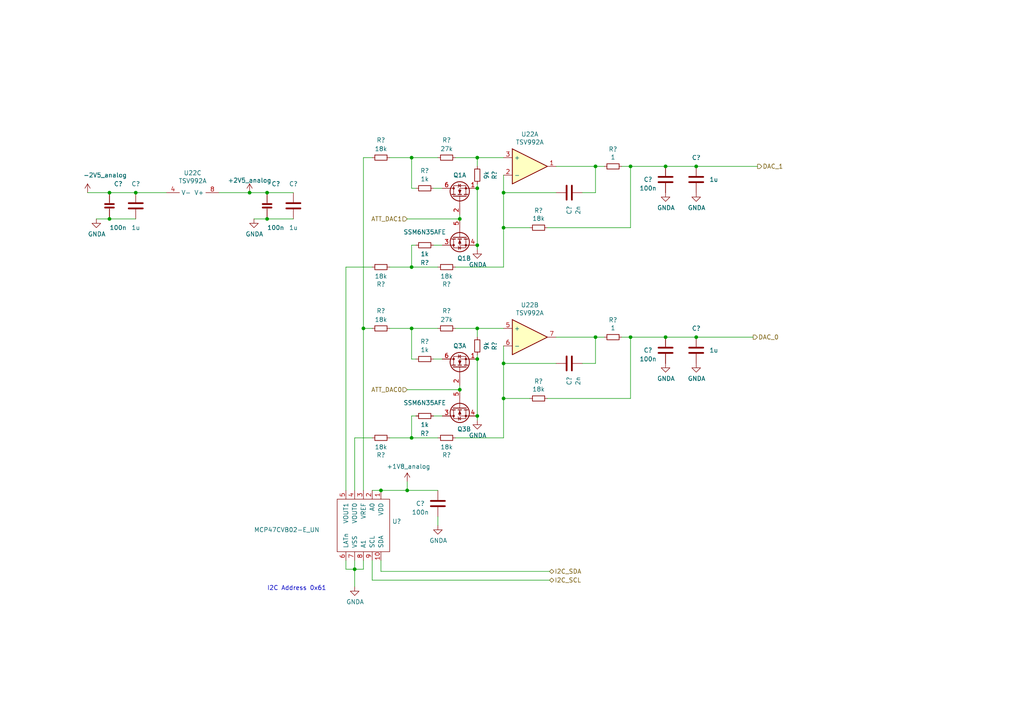
<source format=kicad_sch>
(kicad_sch (version 20230121) (generator eeschema)
  (paper "A4")
  (lib_symbols
    (symbol "Device:Opamp_Dual"
      (property "Reference" "U" (at 0 5.08 0))
      (property "Value" "Opamp_Dual" (at 0 -5.08 0))
      (symbol "Opamp_Dual_1_1"
        (polyline (pts (xy -5.08 5.08) (xy 5.08 0) (xy -5.08 -5.08) (xy -5.08 5.08)) (stroke (width 0.254)) (fill (type background)))
        (pin output line (at 7.62 0 180) (length 2.54) (name "~") (number "1"))
        (pin input line (at -7.62 -2.54 0) (length 2.54) (name "-") (number "2"))
        (pin input line (at -7.62 2.54 0) (length 2.54) (name "+") (number "3"))
      )
      (symbol "Opamp_Dual_2_1"
        (polyline (pts (xy -5.08 5.08) (xy 5.08 0) (xy -5.08 -5.08) (xy -5.08 5.08)) (stroke (width 0.254)) (fill (type background)))
        (pin input line (at -7.62 2.54 0) (length 2.54) (name "+") (number "5"))
        (pin input line (at -7.62 -2.54 0) (length 2.54) (name "-") (number "6"))
        (pin output line (at 7.62 0 180) (length 2.54) (name "~") (number "7"))
      )
      (symbol "Opamp_Dual_3_1"
        (pin power_in line (at -2.54 -7.62 90) (length 3.81) (name "V-") (number "4"))
        (pin power_in line (at -2.54 7.62 270) (length 3.81) (name "V+") (number "8"))
      )
    )
    (symbol "Device:Q_Dual_NMOS_S1G1D2S2G2D1" (pin_names (offset 0) hide)
      (property "Reference" "Q" (at 6.35 1.27 0))
      (property "Value" "Q_Dual_NMOS_S1G1D2S2G2D1" (at 19.05 -1.27 0))
      (symbol "Q_Dual_NMOS_S1G1D2S2G2D1_0_1"
        (polyline (pts (xy 0.254 0) (xy -2.54 0)))
        (polyline (pts (xy 0.254 1.905) (xy 0.254 -1.905)) (stroke (width 0.254)))
        (polyline (pts (xy 0.762 -1.27) (xy 0.762 -2.286)) (stroke (width 0.254)))
        (polyline (pts (xy 0.762 0.508) (xy 0.762 -0.508)) (stroke (width 0.254)))
        (polyline (pts (xy 0.762 2.286) (xy 0.762 1.27)) (stroke (width 0.254)))
        (polyline (pts (xy 2.54 2.54) (xy 2.54 1.778)))
        (polyline (pts (xy 2.54 -2.54) (xy 2.54 0) (xy 0.762 0)))
        (polyline (pts (xy 0.762 -1.778) (xy 3.302 -1.778) (xy 3.302 1.778) (xy 0.762 1.778)))
        (polyline (pts (xy 1.016 0) (xy 2.032 0.381) (xy 2.032 -0.381) (xy 1.016 0)) (fill (type outline)))
        (polyline (pts (xy 2.794 0.508) (xy 2.921 0.381) (xy 3.683 0.381) (xy 3.81 0.254)))
        (polyline (pts (xy 3.302 0.381) (xy 2.921 -0.254) (xy 3.683 -0.254) (xy 3.302 0.381)))
        (circle (center 1.651 0) (radius 2.794) (stroke (width 0.254)))
        (circle (center 2.54 -1.778) (radius 0.254) (fill (type outline)))
        (circle (center 2.54 1.778) (radius 0.254) (fill (type outline)))
      )
      (symbol "Q_Dual_NMOS_S1G1D2S2G2D1_1_1"
        (pin passive line (at 2.54 -5.08 90) (length 2.54) (name "S") (number "1"))
        (pin input line (at -5.08 0 0) (length 2.54) (name "G") (number "2"))
        (pin passive line (at 2.54 5.08 270) (length 2.54) (name "D") (number "6"))
      )
      (symbol "Q_Dual_NMOS_S1G1D2S2G2D1_2_1"
        (pin passive line (at 2.54 5.08 270) (length 2.54) (name "D") (number "3"))
        (pin passive line (at 2.54 -5.08 90) (length 2.54) (name "S") (number "4"))
        (pin input line (at -5.08 0 0) (length 2.54) (name "G") (number "5"))
      )
    )
    (symbol "Device:R_Small" (pin_numbers hide) (pin_names (offset 0.254) hide)
      (property "Reference" "R" (at 0.762 0.508 0))
      (property "Value" "R_Small" (at 0.762 -1.016 0))
      (symbol "R_Small_0_1"
        (rectangle (start -0.762 1.778) (end 0.762 -1.778) (stroke (width 0.2032)))
      )
      (symbol "R_Small_1_1"
        (pin passive line (at 0 2.54 270) (length 0.762) (name "~") (number "1"))
        (pin passive line (at 0 -2.54 90) (length 0.762) (name "~") (number "2"))
      )
    )
    (symbol "fmc:+1V8_analog" (power) (pin_names (offset 0))
      (property "Value" "+1V8_analog" (at 0 3.556 0))
      (symbol "+1V8_analog_0_1"
        (polyline (pts (xy -0.762 1.27) (xy 0 2.54)))
        (polyline (pts (xy 0 0) (xy 0 2.54)))
        (polyline (pts (xy 0 2.54) (xy 0.762 1.27)))
      )
      (symbol "+1V8_analog_1_1"
        (pin power_in line (at 0 0 90) (length 0) hide (name "+1V8_analog") (number "1"))
      )
    )
    (symbol "fmc:+2V5_analog" (power) (pin_names (offset 0))
      (property "Value" "+2V5_analog" (at 0 3.556 0))
      (symbol "+2V5_analog_0_1"
        (polyline (pts (xy -0.762 1.27) (xy 0 2.54)))
        (polyline (pts (xy 0 0) (xy 0 2.54)))
        (polyline (pts (xy 0 2.54) (xy 0.762 1.27)))
      )
      (symbol "+2V5_analog_1_1"
        (pin power_in line (at 0 0 90) (length 0) hide (name "+2V5_analog") (number "1"))
      )
    )
    (symbol "fmc:-2V5_analog" (power) (pin_names (offset 0))
      (property "Value" "-2V5_analog" (at 0 3.556 0))
      (symbol "-2V5_analog_0_1"
        (polyline (pts (xy -0.762 1.27) (xy 0 2.54)))
        (polyline (pts (xy 0 0) (xy 0 2.54)))
        (polyline (pts (xy 0 2.54) (xy 0.762 1.27)))
      )
      (symbol "-2V5_analog_1_1"
        (pin power_in line (at 0 0 90) (length 0) hide (name "-2V5_analog") (number "1"))
      )
    )
    (symbol "fmc:100nF_402" (pin_numbers hide) (pin_names (offset 0.254))
      (property "Reference" "C" (at 0.635 2.54 0))
      (property "Value" "100nF_402" (at 0.635 -2.54 0))
      (symbol "100nF_402_0_1"
        (polyline (pts (xy -1.27 -0.508) (xy 1.27 -0.508)) (stroke (width 0.508)))
        (polyline (pts (xy -1.27 0.508) (xy 1.27 0.508)) (stroke (width 0.508)))
        (polyline (pts (xy 0 -1.016) (xy 0 -0.762)))
        (polyline (pts (xy 0 1.016) (xy 0 0.508)))
      )
      (symbol "100nF_402_1_1"
        (pin passive line (at 0 3.81 270) (length 2.794) (name "~") (number "1"))
        (pin passive line (at 0 -3.81 90) (length 2.794) (name "~") (number "2"))
      )
    )
    (symbol "fmc:100nF_603" (pin_numbers hide) (pin_names (offset 0.254))
      (property "Reference" "C" (at 0.635 2.54 0))
      (property "Value" "100nF_603" (at 0.635 -2.54 0))
      (symbol "100nF_603_0_1"
        (polyline (pts (xy -2.032 -0.762) (xy 2.032 -0.762)) (stroke (width 0.508)))
        (polyline (pts (xy -2.032 0.762) (xy 2.032 0.762)) (stroke (width 0.508)))
      )
      (symbol "100nF_603_1_1"
        (pin passive line (at 0 3.81 270) (length 2.794) (name "~") (number "1"))
        (pin passive line (at 0 -3.81 90) (length 2.794) (name "~") (number "2"))
      )
    )
    (symbol "fmc:1uF_805" (pin_numbers hide) (pin_names (offset 0.254))
      (property "Reference" "C" (at 0.635 2.54 0))
      (property "Value" "1uF_805" (at 0.635 -2.54 0))
      (symbol "1uF_805_0_1"
        (polyline (pts (xy -2.032 -0.762) (xy 2.032 -0.762)) (stroke (width 0.508)))
        (polyline (pts (xy -2.032 0.762) (xy 2.032 0.762)) (stroke (width 0.508)))
      )
      (symbol "1uF_805_1_1"
        (pin passive line (at 0 3.81 270) (length 2.794) (name "~") (number "1"))
        (pin passive line (at 0 -3.81 90) (length 2.794) (name "~") (number "2"))
      )
    )
    (symbol "fmc:MCP47CVB02-E_UN" (pin_names (offset 1.016))
      (property "Reference" "U" (at 0 -8.89 0))
      (property "Value" "MCP47CVB02-E_UN" (at 0 8.89 0))
      (symbol "MCP47CVB02-E_UN_0_1"
        (rectangle (start -7.62 7.62) (end 7.62 -7.62))
        (rectangle (start 7.62 -7.62) (end 7.62 -7.62))
      )
      (symbol "MCP47CVB02-E_UN_1_1"
        (pin power_in line (at -10.16 5.08 0) (length 2.54) (name "VDD") (number "1"))
        (pin bidirectional line (at 10.16 5.08 180) (length 2.54) (name "SDA") (number "10"))
        (pin input line (at -10.16 2.54 0) (length 2.54) (name "A0") (number "2"))
        (pin bidirectional line (at -10.16 0 0) (length 2.54) (name "VREF") (number "3"))
        (pin output line (at -10.16 -2.54 0) (length 2.54) (name "VOUT0") (number "4"))
        (pin output line (at -10.16 -5.08 0) (length 2.54) (name "VOUT1") (number "5"))
        (pin input line (at 10.16 -5.08 180) (length 2.54) (name "LATn") (number "6"))
        (pin power_in line (at 10.16 -2.54 180) (length 2.54) (name "VSS") (number "7"))
        (pin input line (at 10.16 0 180) (length 2.54) (name "A1") (number "8"))
        (pin input line (at 10.16 2.54 180) (length 2.54) (name "SCL") (number "9"))
      )
    )
    (symbol "power:GNDA" (power) (pin_names (offset 0))
      (property "Value" "GNDA" (at 0 -3.81 0))
      (symbol "GNDA_0_1"
        (polyline (pts (xy 0 0) (xy 0 -1.27) (xy 1.27 -1.27) (xy 0 -2.54) (xy -1.27 -1.27) (xy 0 -1.27)))
      )
      (symbol "GNDA_1_1"
        (pin power_in line (at 0 0 270) (length 0) hide (name "GNDA") (number "1"))
      )
    )
  )
  (junction (at 201.93 97.79))
  (junction (at 146.05 55.88))
  (junction (at 146.05 66.04))
  (junction (at 133.35 113.03))
  (junction (at 77.47 55.88))
  (junction (at 182.88 48.26))
  (junction (at 119.38 77.47))
  (junction (at 119.38 127))
  (junction (at 138.43 45.72))
  (junction (at 105.41 95.25))
  (junction (at 119.38 95.25))
  (junction (at 193.04 48.26))
  (junction (at 172.72 48.26))
  (junction (at 110.49 142.24))
  (junction (at 31.75 63.5))
  (junction (at 138.43 104.14))
  (junction (at 138.43 54.61))
  (junction (at 119.38 45.72))
  (junction (at 72.39 55.88))
  (junction (at 31.75 55.88))
  (junction (at 201.93 48.26))
  (junction (at 138.43 95.25))
  (junction (at 118.11 142.24))
  (junction (at 146.05 115.57))
  (junction (at 39.37 55.88))
  (junction (at 182.88 97.79))
  (junction (at 193.04 97.79))
  (junction (at 133.35 63.5))
  (junction (at 102.87 165.1))
  (junction (at 138.43 120.65))
  (junction (at 77.47 63.5))
  (junction (at 146.05 105.41))
  (junction (at 172.72 97.79))
  (junction (at 138.43 71.12))
  (wire (pts (xy 118.11 139.7) (xy 118.11 142.24)))
  (wire (pts (xy 118.11 63.5) (xy 133.35 63.5)))
  (wire (pts (xy 107.95 168.275) (xy 159.385 168.275)))
  (wire (pts (xy 100.33 162.56) (xy 100.33 165.1)))
  (wire (pts (xy 172.72 48.26) (xy 175.26 48.26)))
  (wire (pts (xy 73.66 63.5) (xy 77.47 63.5)))
  (wire (pts (xy 172.72 55.88) (xy 172.72 48.26)))
  (wire (pts (xy 168.91 105.41) (xy 172.72 105.41)))
  (wire (pts (xy 218.44 97.79) (xy 201.93 97.79)))
  (wire (pts (xy 138.43 97.79) (xy 138.43 95.25)))
  (wire (pts (xy 25.4 55.88) (xy 31.75 55.88)))
  (wire (pts (xy 110.49 165.735) (xy 159.385 165.735)))
  (wire (pts (xy 119.38 95.25) (xy 127 95.25)))
  (wire (pts (xy 138.43 120.65) (xy 138.43 121.92)))
  (wire (pts (xy 102.87 127) (xy 107.95 127)))
  (wire (pts (xy 119.38 77.47) (xy 127 77.47)))
  (wire (pts (xy 125.73 120.65) (xy 128.27 120.65)))
  (wire (pts (xy 138.43 53.34) (xy 138.43 54.61)))
  (wire (pts (xy 193.04 97.79) (xy 201.93 97.79)))
  (wire (pts (xy 125.73 104.14) (xy 128.27 104.14)))
  (wire (pts (xy 72.39 55.88) (xy 77.47 55.88)))
  (wire (pts (xy 127 142.24) (xy 118.11 142.24)))
  (wire (pts (xy 105.41 162.56) (xy 105.41 165.1)))
  (wire (pts (xy 132.08 45.72) (xy 138.43 45.72)))
  (wire (pts (xy 138.43 48.26) (xy 138.43 45.72)))
  (wire (pts (xy 120.65 104.14) (xy 119.38 104.14)))
  (wire (pts (xy 100.33 77.47) (xy 107.95 77.47)))
  (wire (pts (xy 100.33 142.24) (xy 100.33 77.47)))
  (wire (pts (xy 153.67 66.04) (xy 146.05 66.04)))
  (wire (pts (xy 138.43 45.72) (xy 146.05 45.72)))
  (wire (pts (xy 119.38 127) (xy 119.38 120.65)))
  (wire (pts (xy 146.05 105.41) (xy 161.29 105.41)))
  (wire (pts (xy 119.38 45.72) (xy 127 45.72)))
  (wire (pts (xy 119.38 127) (xy 127 127)))
  (wire (pts (xy 182.88 48.26) (xy 180.34 48.26)))
  (wire (pts (xy 105.41 95.25) (xy 105.41 142.24)))
  (wire (pts (xy 118.11 113.03) (xy 133.35 113.03)))
  (wire (pts (xy 31.75 55.88) (xy 39.37 55.88)))
  (wire (pts (xy 119.38 71.12) (xy 120.65 71.12)))
  (wire (pts (xy 127 149.86) (xy 127 152.4)))
  (wire (pts (xy 161.29 48.26) (xy 172.72 48.26)))
  (wire (pts (xy 161.29 97.79) (xy 172.72 97.79)))
  (wire (pts (xy 146.05 115.57) (xy 146.05 105.41)))
  (wire (pts (xy 113.03 95.25) (xy 119.38 95.25)))
  (wire (pts (xy 146.05 55.88) (xy 161.29 55.88)))
  (wire (pts (xy 107.95 45.72) (xy 105.41 45.72)))
  (wire (pts (xy 182.88 115.57) (xy 182.88 97.79)))
  (wire (pts (xy 193.04 48.26) (xy 201.93 48.26)))
  (wire (pts (xy 146.05 77.47) (xy 146.05 66.04)))
  (wire (pts (xy 48.26 55.88) (xy 39.37 55.88)))
  (wire (pts (xy 146.05 127) (xy 146.05 115.57)))
  (wire (pts (xy 153.67 115.57) (xy 146.05 115.57)))
  (wire (pts (xy 105.41 165.1) (xy 102.87 165.1)))
  (wire (pts (xy 146.05 66.04) (xy 146.05 55.88)))
  (wire (pts (xy 113.03 127) (xy 119.38 127)))
  (wire (pts (xy 182.88 48.26) (xy 193.04 48.26)))
  (wire (pts (xy 168.91 55.88) (xy 172.72 55.88)))
  (wire (pts (xy 120.65 54.61) (xy 119.38 54.61)))
  (wire (pts (xy 63.5 55.88) (xy 72.39 55.88)))
  (wire (pts (xy 158.75 115.57) (xy 182.88 115.57)))
  (wire (pts (xy 110.49 142.24) (xy 107.95 142.24)))
  (wire (pts (xy 105.41 45.72) (xy 105.41 95.25)))
  (wire (pts (xy 182.88 97.79) (xy 180.34 97.79)))
  (wire (pts (xy 119.38 77.47) (xy 119.38 71.12)))
  (wire (pts (xy 107.95 162.56) (xy 107.95 168.275)))
  (wire (pts (xy 102.87 142.24) (xy 102.87 127)))
  (wire (pts (xy 138.43 71.12) (xy 138.43 72.39)))
  (wire (pts (xy 172.72 97.79) (xy 175.26 97.79)))
  (wire (pts (xy 110.49 162.56) (xy 110.49 165.735)))
  (wire (pts (xy 138.43 104.14) (xy 138.43 120.65)))
  (wire (pts (xy 118.11 142.24) (xy 110.49 142.24)))
  (wire (pts (xy 133.35 111.76) (xy 133.35 113.03)))
  (wire (pts (xy 113.03 45.72) (xy 119.38 45.72)))
  (wire (pts (xy 119.38 104.14) (xy 119.38 95.25)))
  (wire (pts (xy 119.38 54.61) (xy 119.38 45.72)))
  (wire (pts (xy 172.72 105.41) (xy 172.72 97.79)))
  (wire (pts (xy 138.43 54.61) (xy 138.43 71.12)))
  (wire (pts (xy 125.73 54.61) (xy 128.27 54.61)))
  (wire (pts (xy 132.08 127) (xy 146.05 127)))
  (wire (pts (xy 102.87 165.1) (xy 102.87 170.18)))
  (wire (pts (xy 125.73 71.12) (xy 128.27 71.12)))
  (wire (pts (xy 100.33 165.1) (xy 102.87 165.1)))
  (wire (pts (xy 138.43 95.25) (xy 146.05 95.25)))
  (wire (pts (xy 158.75 66.04) (xy 182.88 66.04)))
  (wire (pts (xy 77.47 55.88) (xy 85.09 55.88)))
  (wire (pts (xy 182.88 66.04) (xy 182.88 48.26)))
  (wire (pts (xy 146.05 100.33) (xy 146.05 105.41)))
  (wire (pts (xy 113.03 77.47) (xy 119.38 77.47)))
  (wire (pts (xy 77.47 63.5) (xy 85.09 63.5)))
  (wire (pts (xy 219.71 48.26) (xy 201.93 48.26)))
  (wire (pts (xy 107.95 95.25) (xy 105.41 95.25)))
  (wire (pts (xy 138.43 102.87) (xy 138.43 104.14)))
  (wire (pts (xy 119.38 120.65) (xy 120.65 120.65)))
  (wire (pts (xy 31.75 63.5) (xy 39.37 63.5)))
  (wire (pts (xy 182.88 97.79) (xy 193.04 97.79)))
  (wire (pts (xy 102.87 162.56) (xy 102.87 165.1)))
  (wire (pts (xy 146.05 50.8) (xy 146.05 55.88)))
  (wire (pts (xy 133.35 62.23) (xy 133.35 63.5)))
  (wire (pts (xy 132.08 77.47) (xy 146.05 77.47)))
  (wire (pts (xy 132.08 95.25) (xy 138.43 95.25)))
  (wire (pts (xy 27.94 63.5) (xy 31.75 63.5)))
  (text "I2C Address 0x61" (at 77.47 171.45 0) (effects (font (size 1.27 1.27)) (justify left bottom)))
  (hierarchical_label "I2C_SCL" (shape bidirectional) (at 159.385 168.275 0))
  (hierarchical_label "DAC_1" (shape output) (at 219.71 48.26 0))
  (hierarchical_label "I2C_SDA" (shape bidirectional) (at 159.385 165.735 0))
  (hierarchical_label "ATT_DAC1" (shape input) (at 118.11 63.5 180))
  (hierarchical_label "DAC_0" (shape output) (at 218.44 97.79 0))
  (hierarchical_label "ATT_DAC0" (shape input) (at 118.11 113.03 180))
  (symbol (lib_id "fmc:MCP47CVB02-E_UN") (at 105.41 152.4 270) (unit 1)
    (property "Reference" "U?" (at 113.7412 151.2316 90) (effects (justify left)))
    (property "Value" "MCP47CVB02-E_UN" (at 73.66 153.67 90) (effects (justify left)))
    (property "Footprint" "Package_SO:MSOP-10_3x3mm_P0.5mm" (effects hide))
    (property "Part" "MCP47CVB02-E_UN" (effects hide))
    (property "Manufacturer" "MicroChip" (effects hide))
    (instances (project "usbadc" (path "" (reference "U?") (unit 1)) (path "" (reference "U23") (unit 1))))
  )
  (symbol (lib_id "power:GNDA") (at 102.87 170.18 0) (unit 1)
    (property "Reference" "#PWR?" (effects hide))
    (property "Value" "GNDA" (at 102.997 174.5742 0))
    (instances (project "usbadc" (path "" (reference "#PWR?") (unit 1)) (path "" (reference "#PWR074") (unit 1))))
  )
  (symbol (lib_id "Device:Opamp_Dual") (at 153.67 48.26 0) (unit 1)
    (property "Reference" "U22" (at 153.67 38.9382 0))
    (property "Value" "TSV992A" (at 153.67 41.2496 0))
    (property "Footprint" "proj_footprints:DFN-8-1EP_2x2mm_P0.5mm_EP0.45x1.6mm" (effects hide))
  )
  (symbol (lib_id "Device:Opamp_Dual") (at 153.67 97.79 0) (unit 2)
    (property "Reference" "U22" (at 153.67 88.4682 0))
    (property "Value" "TSV992A" (at 153.67 90.7796 0))
    (property "Footprint" "proj_footprints:DFN-8-1EP_2x2mm_P0.5mm_EP0.45x1.6mm" (effects hide))
  )
  (symbol (lib_id "Device:Opamp_Dual") (at 55.88 58.42 270) (unit 3)
    (property "Reference" "U22" (at 55.88 50.165 90))
    (property "Value" "TSV992A" (at 55.88 52.4764 90))
    (property "Footprint" "proj_footprints:DFN-8-1EP_2x2mm_P0.5mm_EP0.45x1.6mm" (effects hide))
  )
  (symbol (lib_id "Device:R_Small") (at 177.8 48.26 270) (unit 1)
    (property "Reference" "R?" (at 177.8 43.2816 90))
    (property "Value" "1" (at 177.8 45.593 90))
    (property "Footprint" "Resistor_SMD:R_0603_1608Metric" (effects hide))
    (instances (project "usbadc" (path "" (reference "R?") (unit 1)) (path "" (reference "R94") (unit 1))))
  )
  (symbol (lib_id "fmc:100nF_603") (at 165.1 55.88 270) (unit 1)
    (property "Reference" "C?" (at 165.1 60.96 0))
    (property "Value" "2n" (at 167.64 60.96 0))
    (property "Footprint" "Capacitor_SMD:C_0603_1608Metric" (effects hide))
    (property "Manufacturer" "Murata" (effects hide))
    (instances (project "usbadc" (path "" (reference "C?") (unit 1)) (path "" (reference "C?") (unit 1)) (path "" (reference "C?") (unit 1)) (path "" (reference "C108") (unit 1))))
  )
  (symbol (lib_id "Device:R_Small") (at 156.21 66.04 270) (unit 1)
    (property "Reference" "R?" (at 156.21 61.0616 90))
    (property "Value" "18k" (at 156.21 63.373 90))
    (property "Footprint" "Resistor_SMD:R_0603_1608Metric" (effects hide))
    (instances (project "usbadc" (path "" (reference "R?") (unit 1)) (path "" (reference "R92") (unit 1))))
  )
  (symbol (lib_id "fmc:100nF_603") (at 193.04 52.07 180) (unit 1)
    (property "Reference" "C?" (at 187.96 52.07 0))
    (property "Value" "100n" (at 187.96 54.61 0))
    (property "Footprint" "Capacitor_SMD:C_0603_1608Metric" (effects hide))
    (property "Part" "GCJ188R71E104KA12D" (effects hide))
    (property "Manufacturer" "Murata" (effects hide))
    (instances (project "usbadc" (path "" (reference "C?") (unit 1)) (path "" (reference "C?") (unit 1)) (path "" (reference "C?") (unit 1)) (path "" (reference "C110") (unit 1))))
  )
  (symbol (lib_id "fmc:1uF_805") (at 201.93 52.07 0) (unit 1)
    (property "Reference" "C?" (at 200.66 45.72 0) (effects (justify left)))
    (property "Value" "1u" (at 205.74 52.07 0) (effects (justify left)))
    (property "Footprint" "Capacitor_SMD:C_0805_2012Metric" (effects hide))
    (property "Part" "GCJ219R71C105KA01" (effects hide))
    (property "Manufacturer" "Murata" (effects hide))
    (instances (project "usbadc" (path "" (reference "C?") (unit 1)) (path "" (reference "C?") (unit 1)) (path "" (reference "C112") (unit 1))))
  )
  (symbol (lib_id "power:GNDA") (at 193.04 55.88 0) (unit 1)
    (property "Reference" "#PWR?" (effects hide))
    (property "Value" "GNDA" (at 193.167 60.2742 0))
    (instances (project "usbadc" (path "" (reference "#PWR?") (unit 1)) (path "" (reference "#PWR079") (unit 1))))
  )
  (symbol (lib_id "power:GNDA") (at 201.93 55.88 0) (unit 1)
    (property "Reference" "#PWR?" (effects hide))
    (property "Value" "GNDA" (at 202.057 60.2742 0))
    (instances (project "usbadc" (path "" (reference "#PWR?") (unit 1)) (path "" (reference "#PWR081") (unit 1))))
  )
  (symbol (lib_id "Device:R_Small") (at 138.43 50.8 180) (unit 1)
    (property "Reference" "R?" (at 143.4084 50.8 90))
    (property "Value" "9k" (at 141.097 50.8 90))
    (property "Footprint" "Resistor_SMD:R_0603_1608Metric" (effects hide))
    (instances (project "usbadc" (path "" (reference "R?") (unit 1)) (path "" (reference "R90") (unit 1))))
  )
  (symbol (lib_id "power:GNDA") (at 138.43 72.39 0) (unit 1)
    (property "Reference" "#PWR?" (effects hide))
    (property "Value" "GNDA" (at 138.557 76.7842 0))
    (instances (project "usbadc" (path "" (reference "#PWR?") (unit 1)) (path "" (reference "#PWR077") (unit 1))))
  )
  (symbol (lib_id "Device:R_Small") (at 110.49 45.72 90) (unit 1)
    (property "Reference" "R?" (at 110.49 40.64 90))
    (property "Value" "18k" (at 110.49 43.18 90))
    (property "Footprint" "Resistor_SMD:R_0603_1608Metric" (effects hide))
    (instances (project "usbadc" (path "" (reference "R?") (unit 1)) (path "" (reference "R61") (unit 1))))
  )
  (symbol (lib_id "Device:R_Small") (at 110.49 77.47 90) (unit 1)
    (property "Reference" "R?" (at 110.49 82.4484 90))
    (property "Value" "18k" (at 110.49 80.137 90))
    (property "Footprint" "Resistor_SMD:R_0603_1608Metric" (effects hide))
    (instances (project "usbadc" (path "" (reference "R?") (unit 1)) (path "" (reference "R62") (unit 1))))
  )
  (symbol (lib_id "Device:R_Small") (at 177.8 97.79 270) (unit 1)
    (property "Reference" "R?" (at 177.8 92.8116 90))
    (property "Value" "1" (at 177.8 95.123 90))
    (property "Footprint" "Resistor_SMD:R_0603_1608Metric" (effects hide))
    (instances (project "usbadc" (path "" (reference "R?") (unit 1)) (path "" (reference "R95") (unit 1))))
  )
  (symbol (lib_id "fmc:100nF_603") (at 165.1 105.41 270) (unit 1)
    (property "Reference" "C?" (at 165.1 110.49 0))
    (property "Value" "2n" (at 167.64 110.49 0))
    (property "Footprint" "Capacitor_SMD:C_0603_1608Metric" (effects hide))
    (property "Manufacturer" "Murata" (effects hide))
    (instances (project "usbadc" (path "" (reference "C?") (unit 1)) (path "" (reference "C?") (unit 1)) (path "" (reference "C?") (unit 1)) (path "" (reference "C109") (unit 1))))
  )
  (symbol (lib_id "Device:R_Small") (at 156.21 115.57 270) (unit 1)
    (property "Reference" "R?" (at 156.21 110.5916 90))
    (property "Value" "18k" (at 156.21 112.903 90))
    (property "Footprint" "Resistor_SMD:R_0603_1608Metric" (effects hide))
    (instances (project "usbadc" (path "" (reference "R?") (unit 1)) (path "" (reference "R93") (unit 1))))
  )
  (symbol (lib_id "fmc:100nF_603") (at 193.04 101.6 180) (unit 1)
    (property "Reference" "C?" (at 187.96 101.6 0))
    (property "Value" "100n" (at 187.96 104.14 0))
    (property "Footprint" "Capacitor_SMD:C_0603_1608Metric" (effects hide))
    (property "Part" "GCJ188R71E104KA12D" (effects hide))
    (property "Manufacturer" "Murata" (effects hide))
    (instances (project "usbadc" (path "" (reference "C?") (unit 1)) (path "" (reference "C?") (unit 1)) (path "" (reference "C?") (unit 1)) (path "" (reference "C111") (unit 1))))
  )
  (symbol (lib_id "fmc:1uF_805") (at 201.93 101.6 0) (unit 1)
    (property "Reference" "C?" (at 200.66 95.25 0) (effects (justify left)))
    (property "Value" "1u" (at 205.74 101.6 0) (effects (justify left)))
    (property "Footprint" "Capacitor_SMD:C_0805_2012Metric" (effects hide))
    (property "Part" "GCJ219R71C105KA01" (effects hide))
    (property "Manufacturer" "Murata" (effects hide))
    (instances (project "usbadc" (path "" (reference "C?") (unit 1)) (path "" (reference "C?") (unit 1)) (path "" (reference "C113") (unit 1))))
  )
  (symbol (lib_id "power:GNDA") (at 193.04 105.41 0) (unit 1)
    (property "Reference" "#PWR?" (effects hide))
    (property "Value" "GNDA" (at 193.167 109.8042 0))
    (instances (project "usbadc" (path "" (reference "#PWR?") (unit 1)) (path "" (reference "#PWR080") (unit 1))))
  )
  (symbol (lib_id "power:GNDA") (at 201.93 105.41 0) (unit 1)
    (property "Reference" "#PWR?" (effects hide))
    (property "Value" "GNDA" (at 202.057 109.8042 0))
    (instances (project "usbadc" (path "" (reference "#PWR?") (unit 1)) (path "" (reference "#PWR082") (unit 1))))
  )
  (symbol (lib_id "fmc:100nF_603") (at 127 146.05 180) (unit 1)
    (property "Reference" "C?" (at 121.92 146.05 0))
    (property "Value" "100n" (at 121.92 148.59 0))
    (property "Footprint" "Capacitor_SMD:C_0603_1608Metric" (effects hide))
    (property "Part" "GCJ188R71E104KA12D" (effects hide))
    (property "Manufacturer" "Murata" (effects hide))
    (instances (project "usbadc" (path "" (reference "C?") (unit 1)) (path "" (reference "C?") (unit 1)) (path "" (reference "C?") (unit 1)) (path "" (reference "C107") (unit 1))))
  )
  (symbol (lib_id "fmc:100nF_402") (at 77.47 59.69 0) (unit 1)
    (property "Reference" "C?" (at 78.74 53.34 0) (effects (justify left)))
    (property "Value" "100n" (at 77.47 66.04 0) (effects (justify left)))
    (property "Footprint" "Capacitor_SMD:C_0402_1005Metric" (effects hide))
    (property "Part" "GRM155R61C104KA88D" (effects hide))
    (property "Manufacturer" "Murata" (effects hide))
    (instances (project "usbadc" (path "" (reference "C?") (unit 1)) (path "" (reference "C105") (unit 1))))
  )
  (symbol (lib_id "fmc:+2V5_analog") (at 72.39 55.88 0) (unit 1)
    (property "Reference" "#PWR072" (effects hide))
    (property "Value" "+2V5_analog" (at 72.39 52.324 0))
  )
  (symbol (lib_id "fmc:1uF_805") (at 85.09 59.69 0) (unit 1)
    (property "Reference" "C?" (at 83.82 53.34 0) (effects (justify left)))
    (property "Value" "1u" (at 83.82 66.04 0) (effects (justify left)))
    (property "Footprint" "Capacitor_SMD:C_0805_2012Metric" (effects hide))
    (property "Part" "GCJ219R71C105KA01" (effects hide))
    (property "Manufacturer" "Murata" (effects hide))
    (instances (project "usbadc" (path "" (reference "C?") (unit 1)) (path "" (reference "C?") (unit 1)) (path "" (reference "C106") (unit 1))))
  )
  (symbol (lib_id "fmc:100nF_402") (at 31.75 59.69 0) (unit 1)
    (property "Reference" "C?" (at 33.02 53.34 0) (effects (justify left)))
    (property "Value" "100n" (at 31.75 66.04 0) (effects (justify left)))
    (property "Footprint" "Capacitor_SMD:C_0402_1005Metric" (effects hide))
    (property "Part" "GRM155R61C104KA88D" (effects hide))
    (property "Manufacturer" "Murata" (effects hide))
    (instances (project "usbadc" (path "" (reference "C?") (unit 1)) (path "" (reference "C98") (unit 1))))
  )
  (symbol (lib_id "fmc:1uF_805") (at 39.37 59.69 0) (unit 1)
    (property "Reference" "C?" (at 38.1 53.34 0) (effects (justify left)))
    (property "Value" "1u" (at 38.1 66.04 0) (effects (justify left)))
    (property "Footprint" "Capacitor_SMD:C_0805_2012Metric" (effects hide))
    (property "Part" "GCJ219R71C105KA01" (effects hide))
    (property "Manufacturer" "Murata" (effects hide))
    (instances (project "usbadc" (path "" (reference "C?") (unit 1)) (path "" (reference "C?") (unit 1)) (path "" (reference "C99") (unit 1))))
  )
  (symbol (lib_id "fmc:+1V8_analog") (at 118.11 139.7 0) (unit 1)
    (property "Reference" "#PWR?" (effects hide))
    (property "Value" "+1V8_analog" (at 118.491 135.3058 0))
    (instances (project "usbadc" (path "" (reference "#PWR?") (unit 1)) (path "" (reference "#PWR075") (unit 1))))
  )
  (symbol (lib_id "power:GNDA") (at 127 152.4 0) (unit 1)
    (property "Reference" "#PWR?" (effects hide))
    (property "Value" "GNDA" (at 127.127 156.7942 0))
    (instances (project "usbadc" (path "" (reference "#PWR?") (unit 1)) (path "" (reference "#PWR076") (unit 1))))
  )
  (symbol (lib_id "power:GNDA") (at 73.66 63.5 0) (unit 1)
    (property "Reference" "#PWR?" (effects hide))
    (property "Value" "GNDA" (at 73.787 67.8942 0))
    (instances (project "usbadc" (path "" (reference "#PWR?") (unit 1)) (path "" (reference "#PWR073") (unit 1))))
  )
  (symbol (lib_id "power:GNDA") (at 27.94 63.5 0) (unit 1)
    (property "Reference" "#PWR?" (effects hide))
    (property "Value" "GNDA" (at 28.067 67.8942 0))
    (instances (project "usbadc" (path "" (reference "#PWR?") (unit 1)) (path "" (reference "#PWR071") (unit 1))))
  )
  (symbol (lib_id "power:GNDA") (at 138.43 121.92 0) (unit 1)
    (property "Reference" "#PWR?" (effects hide))
    (property "Value" "GNDA" (at 138.557 126.3142 0))
    (instances (project "usbadc" (path "" (reference "#PWR?") (unit 1)) (path "" (reference "#PWR078") (unit 1))))
  )
  (symbol (lib_id "Device:Q_Dual_NMOS_S1G1D2S2G2D1") (at 133.35 57.15 90) (unit 1)
    (property "Reference" "Q1" (at 133.35 50.8 90))
    (property "Value" "SSM6N35AFE" (effects hide))
    (property "Footprint" "proj_footprints:SOT-563-adjusted" (effects hide))
    (instances (project "usbadc" (path "" (reference "Q1") (unit 1))) (project "ecevr-proto" (path "" (reference "Q7") (unit 1)) (path "" (reference "Q?") (unit 2))))
  )
  (symbol (lib_id "Device:R_Small") (at 123.19 120.65 270) (unit 1)
    (property "Reference" "R?" (at 123.19 125.73 90))
    (property "Value" "1k" (at 123.19 123.19 90))
    (property "Footprint" "Resistor_SMD:R_0603_1608Metric" (effects hide))
    (instances (project "usbadc" (path "" (reference "R?") (unit 1)) (path "" (reference "R85") (unit 1))))
  )
  (symbol (lib_id "Device:R_Small") (at 123.19 71.12 270) (unit 1)
    (property "Reference" "R?" (at 123.19 76.2 90))
    (property "Value" "1k" (at 123.19 73.66 90))
    (property "Footprint" "Resistor_SMD:R_0603_1608Metric" (effects hide))
    (instances (project "usbadc" (path "" (reference "R?") (unit 1)) (path "" (reference "R81") (unit 1))))
  )
  (symbol (lib_id "Device:R_Small") (at 129.54 77.47 90) (unit 1)
    (property "Reference" "R?" (at 129.54 82.4484 90))
    (property "Value" "18k" (at 129.54 80.137 90))
    (property "Footprint" "Resistor_SMD:R_0603_1608Metric" (effects hide))
    (instances (project "usbadc" (path "" (reference "R?") (unit 1)) (path "" (reference "R87") (unit 1))))
  )
  (symbol (lib_id "Device:R_Small") (at 129.54 95.25 90) (unit 1)
    (property "Reference" "R?" (at 129.54 90.17 90))
    (property "Value" "27k" (at 129.54 92.71 90))
    (property "Footprint" "Resistor_SMD:R_0603_1608Metric" (effects hide))
    (instances (project "usbadc" (path "" (reference "R?") (unit 1)) (path "" (reference "R88") (unit 1))))
  )
  (symbol (lib_id "Device:R_Small") (at 110.49 127 90) (unit 1)
    (property "Reference" "R?" (at 110.49 131.9784 90))
    (property "Value" "18k" (at 110.49 129.667 90))
    (property "Footprint" "Resistor_SMD:R_0603_1608Metric" (effects hide))
    (instances (project "usbadc" (path "" (reference "R?") (unit 1)) (path "" (reference "R79") (unit 1))))
  )
  (symbol (lib_id "Device:Q_Dual_NMOS_S1G1D2S2G2D1") (at 133.35 106.68 90) (unit 1)
    (property "Reference" "Q3" (at 133.35 100.33 90))
    (property "Value" "SSM6N35AFE" (effects hide))
    (property "Footprint" "proj_footprints:SOT-563-adjusted" (effects hide))
    (instances (project "usbadc" (path "" (reference "Q3") (unit 1))) (project "ecevr-proto" (path "" (reference "Q7") (unit 1)) (path "" (reference "Q?") (unit 2))))
  )
  (symbol (lib_id "Device:R_Small") (at 110.49 95.25 90) (unit 1)
    (property "Reference" "R?" (at 110.49 90.17 90))
    (property "Value" "18k" (at 110.49 92.71 90))
    (property "Footprint" "Resistor_SMD:R_0603_1608Metric" (effects hide))
    (instances (project "usbadc" (path "" (reference "R?") (unit 1)) (path "" (reference "R71") (unit 1))))
  )
  (symbol (lib_id "Device:Q_Dual_NMOS_S1G1D2S2G2D1") (at 133.35 68.58 90) (mirror x) (unit 2)
    (property "Reference" "Q1" (at 134.62 74.93 90))
    (property "Value" "SSM6N35AFE" (at 123.19 67.31 90))
    (property "Footprint" "proj_footprints:SOT-563-adjusted" (effects hide))
    (property "Manufacturer" "Toshiba" (effects hide))
    (instances (project "usbadc" (path "" (reference "Q1") (unit 2))) (project "ecevr-proto" (path "" (reference "Q7") (unit 2)) (path "" (reference "Q?") (unit 1))))
  )
  (symbol (lib_id "Device:R_Small") (at 138.43 100.33 180) (unit 1)
    (property "Reference" "R?" (at 143.4084 100.33 90))
    (property "Value" "9k" (at 141.097 100.33 90))
    (property "Footprint" "Resistor_SMD:R_0603_1608Metric" (effects hide))
    (instances (project "usbadc" (path "" (reference "R?") (unit 1)) (path "" (reference "R91") (unit 1))))
  )
  (symbol (lib_id "Device:R_Small") (at 129.54 45.72 90) (unit 1)
    (property "Reference" "R?" (at 129.54 40.64 90))
    (property "Value" "27k" (at 129.54 43.18 90))
    (property "Footprint" "Resistor_SMD:R_0603_1608Metric" (effects hide))
    (instances (project "usbadc" (path "" (reference "R?") (unit 1)) (path "" (reference "R86") (unit 1))))
  )
  (symbol (lib_id "Device:Q_Dual_NMOS_S1G1D2S2G2D1") (at 133.35 118.11 90) (mirror x) (unit 2)
    (property "Reference" "Q3" (at 134.62 124.46 90))
    (property "Value" "SSM6N35AFE" (at 123.19 116.84 90))
    (property "Footprint" "proj_footprints:SOT-563-adjusted" (effects hide))
    (property "Manufacturer" "Toshiba" (effects hide))
    (instances (project "usbadc" (path "" (reference "Q3") (unit 2))) (project "ecevr-proto" (path "" (reference "Q7") (unit 2)) (path "" (reference "Q?") (unit 1))))
  )
  (symbol (lib_id "Device:R_Small") (at 123.19 54.61 270) (unit 1)
    (property "Reference" "R?" (at 123.19 49.53 90))
    (property "Value" "1k" (at 123.19 51.943 90))
    (property "Footprint" "Resistor_SMD:R_0603_1608Metric" (effects hide))
    (instances (project "usbadc" (path "" (reference "R?") (unit 1)) (path "" (reference "R80") (unit 1))))
  )
  (symbol (lib_id "fmc:-2V5_analog") (at 25.4 55.88 0) (unit 1)
    (property "Reference" "#PWR017" (effects hide))
    (property "Value" "-2V5_analog" (at 30.48 50.8 0))
    (instances (project "usbadc" (path "" (reference "#PWR017") (unit 1)) (path "" (reference "#PWR070") (unit 1))))
  )
  (symbol (lib_id "Device:R_Small") (at 129.54 127 90) (unit 1)
    (property "Reference" "R?" (at 129.54 131.9784 90))
    (property "Value" "18k" (at 129.54 129.667 90))
    (property "Footprint" "Resistor_SMD:R_0603_1608Metric" (effects hide))
    (instances (project "usbadc" (path "" (reference "R?") (unit 1)) (path "" (reference "R89") (unit 1))))
  )
  (symbol (lib_id "Device:R_Small") (at 123.19 104.14 270) (unit 1)
    (property "Reference" "R?" (at 123.19 99.06 90))
    (property "Value" "1k" (at 123.19 101.473 90))
    (property "Footprint" "Resistor_SMD:R_0603_1608Metric" (effects hide))
    (instances (project "usbadc" (path "" (reference "R?") (unit 1)) (path "" (reference "R82") (unit 1))))
  )
)
</source>
